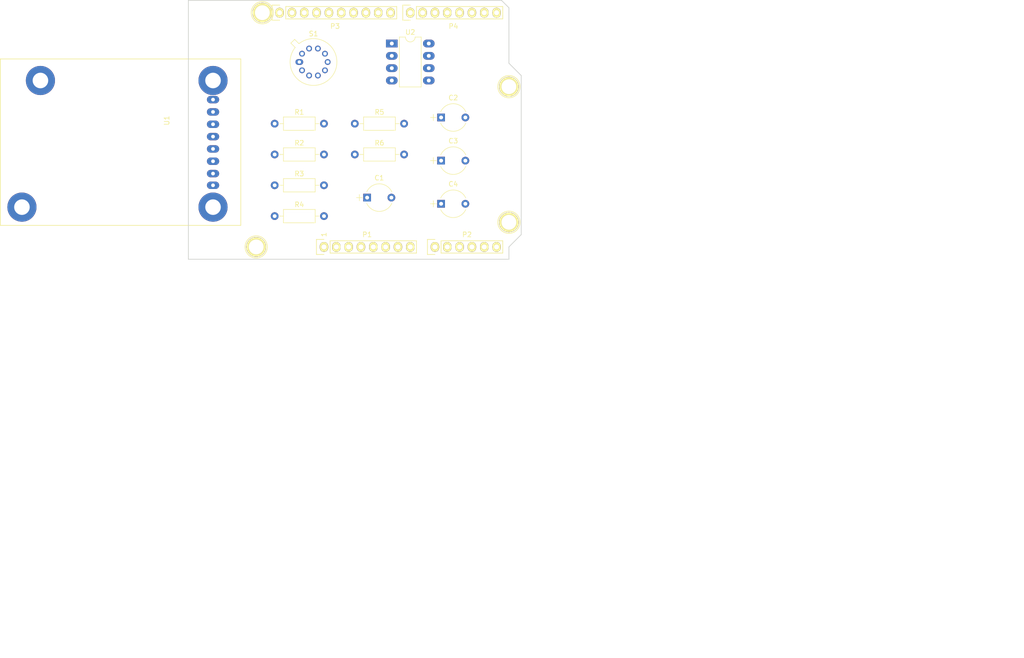
<source format=kicad_pcb>
(kicad_pcb (version 20171130) (host pcbnew "(5.1.8)-1")

  (general
    (thickness 1.6)
    (drawings 27)
    (tracks 0)
    (zones 0)
    (modules 22)
    (nets 33)
  )

  (page A4)
  (title_block
    (date "lun. 30 mars 2015")
  )

  (layers
    (0 F.Cu signal)
    (31 B.Cu signal)
    (32 B.Adhes user)
    (33 F.Adhes user)
    (34 B.Paste user)
    (35 F.Paste user)
    (36 B.SilkS user)
    (37 F.SilkS user)
    (38 B.Mask user)
    (39 F.Mask user)
    (40 Dwgs.User user)
    (41 Cmts.User user)
    (42 Eco1.User user)
    (43 Eco2.User user)
    (44 Edge.Cuts user)
    (45 Margin user)
    (46 B.CrtYd user)
    (47 F.CrtYd user)
    (48 B.Fab user)
    (49 F.Fab user hide)
  )

  (setup
    (last_trace_width 0.25)
    (trace_clearance 0.2)
    (zone_clearance 0.508)
    (zone_45_only no)
    (trace_min 0.2)
    (via_size 0.6)
    (via_drill 0.4)
    (via_min_size 0.4)
    (via_min_drill 0.3)
    (uvia_size 0.3)
    (uvia_drill 0.1)
    (uvias_allowed no)
    (uvia_min_size 0.2)
    (uvia_min_drill 0.1)
    (edge_width 0.15)
    (segment_width 0.15)
    (pcb_text_width 0.3)
    (pcb_text_size 1.5 1.5)
    (mod_edge_width 0.15)
    (mod_text_size 1 1)
    (mod_text_width 0.15)
    (pad_size 4.064 4.064)
    (pad_drill 3.048)
    (pad_to_mask_clearance 0)
    (aux_axis_origin 110.998 126.365)
    (grid_origin 110.998 126.365)
    (visible_elements 7FFFF7FF)
    (pcbplotparams
      (layerselection 0x00030_80000001)
      (usegerberextensions false)
      (usegerberattributes true)
      (usegerberadvancedattributes true)
      (creategerberjobfile true)
      (excludeedgelayer true)
      (linewidth 0.100000)
      (plotframeref false)
      (viasonmask false)
      (mode 1)
      (useauxorigin false)
      (hpglpennumber 1)
      (hpglpenspeed 20)
      (hpglpendiameter 15.000000)
      (psnegative false)
      (psa4output false)
      (plotreference true)
      (plotvalue true)
      (plotinvisibletext false)
      (padsonsilk false)
      (subtractmaskfromsilk false)
      (outputformat 1)
      (mirror false)
      (drillshape 1)
      (scaleselection 1)
      (outputdirectory ""))
  )

  (net 0 "")
  (net 1 /IOREF)
  (net 2 /Reset)
  (net 3 +5V)
  (net 4 GND)
  (net 5 /Vin)
  (net 6 /A0)
  (net 7 /A1)
  (net 8 /A2)
  (net 9 /A3)
  (net 10 /AREF)
  (net 11 "/A4(SDA)")
  (net 12 "/A5(SCL)")
  (net 13 "/9(**)")
  (net 14 /8)
  (net 15 /7)
  (net 16 "/6(**)")
  (net 17 "/5(**)")
  (net 18 /4)
  (net 19 "/3(**)")
  (net 20 /2)
  (net 21 "/1(Tx)")
  (net 22 "/0(Rx)")
  (net 23 "Net-(P5-Pad1)")
  (net 24 "Net-(P6-Pad1)")
  (net 25 "Net-(P7-Pad1)")
  (net 26 "Net-(P8-Pad1)")
  (net 27 "/13(SCK)")
  (net 28 "/10(**/SS)")
  (net 29 "Net-(P1-Pad1)")
  (net 30 +3V3)
  (net 31 "/12(MISO)")
  (net 32 "/11(**/MOSI)")

  (net_class Default "This is the default net class."
    (clearance 0.2)
    (trace_width 0.25)
    (via_dia 0.6)
    (via_drill 0.4)
    (uvia_dia 0.3)
    (uvia_drill 0.1)
    (add_net +3V3)
    (add_net +5V)
    (add_net "/0(Rx)")
    (add_net "/1(Tx)")
    (add_net "/10(**/SS)")
    (add_net "/11(**/MOSI)")
    (add_net "/12(MISO)")
    (add_net "/13(SCK)")
    (add_net /2)
    (add_net "/3(**)")
    (add_net /4)
    (add_net "/5(**)")
    (add_net "/6(**)")
    (add_net /7)
    (add_net /8)
    (add_net "/9(**)")
    (add_net /A0)
    (add_net /A1)
    (add_net /A2)
    (add_net /A3)
    (add_net "/A4(SDA)")
    (add_net "/A5(SCL)")
    (add_net /AREF)
    (add_net /IOREF)
    (add_net /Reset)
    (add_net /Vin)
    (add_net GND)
    (add_net "Net-(P1-Pad1)")
    (add_net "Net-(P5-Pad1)")
    (add_net "Net-(P6-Pad1)")
    (add_net "Net-(P7-Pad1)")
    (add_net "Net-(P8-Pad1)")
  )

  (module Capacitor_THT:CP_Radial_Tantal_D5.5mm_P5.00mm (layer F.Cu) (tedit 597C781B) (tstamp 5FEA1B7B)
    (at 163.068 114.935)
    (descr "CP, Radial_Tantal series, Radial, pin pitch=5.00mm, , diameter=5.5mm, Tantal Electrolytic Capacitor, http://cdn-reichelt.de/documents/datenblatt/B300/TANTAL-TB-Serie%23.pdf")
    (tags "CP Radial_Tantal series Radial pin pitch 5.00mm  diameter 5.5mm Tantal Electrolytic Capacitor")
    (fp_text reference C4 (at 2.5 -4.06) (layer F.SilkS)
      (effects (font (size 1 1) (thickness 0.15)))
    )
    (fp_text value CP_Radial_Tantal_D5.5mm_P5.00mm (at 2.5 4.06) (layer F.Fab)
      (effects (font (size 1 1) (thickness 0.15)))
    )
    (fp_text user %R (at 2.5 0) (layer F.Fab)
      (effects (font (size 1 1) (thickness 0.15)))
    )
    (fp_arc (start 2.5 0) (end -0.083254 1.18) (angle -130.9) (layer F.SilkS) (width 0.12))
    (fp_arc (start 2.5 0) (end -0.083254 -1.18) (angle 130.9) (layer F.SilkS) (width 0.12))
    (fp_circle (center 2.5 0) (end 5.25 0) (layer F.Fab) (width 0.1))
    (fp_line (start -2.2 0) (end -1 0) (layer F.Fab) (width 0.1))
    (fp_line (start -1.6 -0.65) (end -1.6 0.65) (layer F.Fab) (width 0.1))
    (fp_line (start -2.2 0) (end -1 0) (layer F.SilkS) (width 0.12))
    (fp_line (start -1.6 -0.65) (end -1.6 0.65) (layer F.SilkS) (width 0.12))
    (fp_line (start -1.05 -3.1) (end -1.05 3.1) (layer F.CrtYd) (width 0.05))
    (fp_line (start -1.05 3.1) (end 6.05 3.1) (layer F.CrtYd) (width 0.05))
    (fp_line (start 6.05 3.1) (end 6.05 -3.1) (layer F.CrtYd) (width 0.05))
    (fp_line (start 6.05 -3.1) (end -1.05 -3.1) (layer F.CrtYd) (width 0.05))
    (pad 2 thru_hole circle (at 5 0) (size 1.6 1.6) (drill 0.8) (layers *.Cu *.Mask))
    (pad 1 thru_hole rect (at 0 0) (size 1.6 1.6) (drill 0.8) (layers *.Cu *.Mask))
    (model ${KISYS3DMOD}/Capacitors_THT.3dshapes/CP_Radial_Tantal_D5.5mm_P5.00mm.wrl
      (at (xyz 0 0 0))
      (scale (xyz 1 1 1))
      (rotate (xyz 0 0 0))
    )
  )

  (module Capacitor_THT:CP_Radial_Tantal_D5.5mm_P5.00mm (layer F.Cu) (tedit 597C781B) (tstamp 5FEA1B14)
    (at 163.068 106.045)
    (descr "CP, Radial_Tantal series, Radial, pin pitch=5.00mm, , diameter=5.5mm, Tantal Electrolytic Capacitor, http://cdn-reichelt.de/documents/datenblatt/B300/TANTAL-TB-Serie%23.pdf")
    (tags "CP Radial_Tantal series Radial pin pitch 5.00mm  diameter 5.5mm Tantal Electrolytic Capacitor")
    (fp_text reference C3 (at 2.5 -4.06) (layer F.SilkS)
      (effects (font (size 1 1) (thickness 0.15)))
    )
    (fp_text value CP_Radial_Tantal_D5.5mm_P5.00mm (at 2.5 4.06) (layer F.Fab)
      (effects (font (size 1 1) (thickness 0.15)))
    )
    (fp_text user %R (at 2.5 0) (layer F.Fab)
      (effects (font (size 1 1) (thickness 0.15)))
    )
    (fp_arc (start 2.5 0) (end -0.083254 1.18) (angle -130.9) (layer F.SilkS) (width 0.12))
    (fp_arc (start 2.5 0) (end -0.083254 -1.18) (angle 130.9) (layer F.SilkS) (width 0.12))
    (fp_circle (center 2.5 0) (end 5.25 0) (layer F.Fab) (width 0.1))
    (fp_line (start -2.2 0) (end -1 0) (layer F.Fab) (width 0.1))
    (fp_line (start -1.6 -0.65) (end -1.6 0.65) (layer F.Fab) (width 0.1))
    (fp_line (start -2.2 0) (end -1 0) (layer F.SilkS) (width 0.12))
    (fp_line (start -1.6 -0.65) (end -1.6 0.65) (layer F.SilkS) (width 0.12))
    (fp_line (start -1.05 -3.1) (end -1.05 3.1) (layer F.CrtYd) (width 0.05))
    (fp_line (start -1.05 3.1) (end 6.05 3.1) (layer F.CrtYd) (width 0.05))
    (fp_line (start 6.05 3.1) (end 6.05 -3.1) (layer F.CrtYd) (width 0.05))
    (fp_line (start 6.05 -3.1) (end -1.05 -3.1) (layer F.CrtYd) (width 0.05))
    (pad 2 thru_hole circle (at 5 0) (size 1.6 1.6) (drill 0.8) (layers *.Cu *.Mask))
    (pad 1 thru_hole rect (at 0 0) (size 1.6 1.6) (drill 0.8) (layers *.Cu *.Mask))
    (model ${KISYS3DMOD}/Capacitors_THT.3dshapes/CP_Radial_Tantal_D5.5mm_P5.00mm.wrl
      (at (xyz 0 0 0))
      (scale (xyz 1 1 1))
      (rotate (xyz 0 0 0))
    )
  )

  (module Capacitor_THT:CP_Radial_Tantal_D5.5mm_P5.00mm (layer F.Cu) (tedit 597C781B) (tstamp 5FEA1AAD)
    (at 163.068 97.155)
    (descr "CP, Radial_Tantal series, Radial, pin pitch=5.00mm, , diameter=5.5mm, Tantal Electrolytic Capacitor, http://cdn-reichelt.de/documents/datenblatt/B300/TANTAL-TB-Serie%23.pdf")
    (tags "CP Radial_Tantal series Radial pin pitch 5.00mm  diameter 5.5mm Tantal Electrolytic Capacitor")
    (fp_text reference C2 (at 2.5 -4.06) (layer F.SilkS)
      (effects (font (size 1 1) (thickness 0.15)))
    )
    (fp_text value CP_Radial_Tantal_D5.5mm_P5.00mm (at 2.5 4.06) (layer F.Fab)
      (effects (font (size 1 1) (thickness 0.15)))
    )
    (fp_text user %R (at 2.5 0) (layer F.Fab)
      (effects (font (size 1 1) (thickness 0.15)))
    )
    (fp_arc (start 2.5 0) (end -0.083254 1.18) (angle -130.9) (layer F.SilkS) (width 0.12))
    (fp_arc (start 2.5 0) (end -0.083254 -1.18) (angle 130.9) (layer F.SilkS) (width 0.12))
    (fp_circle (center 2.5 0) (end 5.25 0) (layer F.Fab) (width 0.1))
    (fp_line (start -2.2 0) (end -1 0) (layer F.Fab) (width 0.1))
    (fp_line (start -1.6 -0.65) (end -1.6 0.65) (layer F.Fab) (width 0.1))
    (fp_line (start -2.2 0) (end -1 0) (layer F.SilkS) (width 0.12))
    (fp_line (start -1.6 -0.65) (end -1.6 0.65) (layer F.SilkS) (width 0.12))
    (fp_line (start -1.05 -3.1) (end -1.05 3.1) (layer F.CrtYd) (width 0.05))
    (fp_line (start -1.05 3.1) (end 6.05 3.1) (layer F.CrtYd) (width 0.05))
    (fp_line (start 6.05 3.1) (end 6.05 -3.1) (layer F.CrtYd) (width 0.05))
    (fp_line (start 6.05 -3.1) (end -1.05 -3.1) (layer F.CrtYd) (width 0.05))
    (pad 2 thru_hole circle (at 5 0) (size 1.6 1.6) (drill 0.8) (layers *.Cu *.Mask))
    (pad 1 thru_hole rect (at 0 0) (size 1.6 1.6) (drill 0.8) (layers *.Cu *.Mask))
    (model ${KISYS3DMOD}/Capacitors_THT.3dshapes/CP_Radial_Tantal_D5.5mm_P5.00mm.wrl
      (at (xyz 0 0 0))
      (scale (xyz 1 1 1))
      (rotate (xyz 0 0 0))
    )
  )

  (module Capacitor_THT:CP_Radial_Tantal_D5.5mm_P5.00mm (layer F.Cu) (tedit 597C781B) (tstamp 5FEA1A46)
    (at 147.828 113.665)
    (descr "CP, Radial_Tantal series, Radial, pin pitch=5.00mm, , diameter=5.5mm, Tantal Electrolytic Capacitor, http://cdn-reichelt.de/documents/datenblatt/B300/TANTAL-TB-Serie%23.pdf")
    (tags "CP Radial_Tantal series Radial pin pitch 5.00mm  diameter 5.5mm Tantal Electrolytic Capacitor")
    (fp_text reference C1 (at 2.5 -4.06) (layer F.SilkS)
      (effects (font (size 1 1) (thickness 0.15)))
    )
    (fp_text value CP_Radial_Tantal_D5.5mm_P5.00mm (at 2.5 4.06) (layer F.Fab)
      (effects (font (size 1 1) (thickness 0.15)))
    )
    (fp_text user %R (at 2.5 0) (layer F.Fab)
      (effects (font (size 1 1) (thickness 0.15)))
    )
    (fp_arc (start 2.5 0) (end -0.083254 1.18) (angle -130.9) (layer F.SilkS) (width 0.12))
    (fp_arc (start 2.5 0) (end -0.083254 -1.18) (angle 130.9) (layer F.SilkS) (width 0.12))
    (fp_circle (center 2.5 0) (end 5.25 0) (layer F.Fab) (width 0.1))
    (fp_line (start -2.2 0) (end -1 0) (layer F.Fab) (width 0.1))
    (fp_line (start -1.6 -0.65) (end -1.6 0.65) (layer F.Fab) (width 0.1))
    (fp_line (start -2.2 0) (end -1 0) (layer F.SilkS) (width 0.12))
    (fp_line (start -1.6 -0.65) (end -1.6 0.65) (layer F.SilkS) (width 0.12))
    (fp_line (start -1.05 -3.1) (end -1.05 3.1) (layer F.CrtYd) (width 0.05))
    (fp_line (start -1.05 3.1) (end 6.05 3.1) (layer F.CrtYd) (width 0.05))
    (fp_line (start 6.05 3.1) (end 6.05 -3.1) (layer F.CrtYd) (width 0.05))
    (fp_line (start 6.05 -3.1) (end -1.05 -3.1) (layer F.CrtYd) (width 0.05))
    (pad 2 thru_hole circle (at 5 0) (size 1.6 1.6) (drill 0.8) (layers *.Cu *.Mask))
    (pad 1 thru_hole rect (at 0 0) (size 1.6 1.6) (drill 0.8) (layers *.Cu *.Mask))
    (model ${KISYS3DMOD}/Capacitors_THT.3dshapes/CP_Radial_Tantal_D5.5mm_P5.00mm.wrl
      (at (xyz 0 0 0))
      (scale (xyz 1 1 1))
      (rotate (xyz 0 0 0))
    )
  )

  (module Resistor_THT:R_Axial_DIN0207_L6.3mm_D2.5mm_P10.16mm_Horizontal (layer F.Cu) (tedit 5AE5139B) (tstamp 5FEA19A9)
    (at 145.288 104.775)
    (descr "Resistor, Axial_DIN0207 series, Axial, Horizontal, pin pitch=10.16mm, 0.25W = 1/4W, length*diameter=6.3*2.5mm^2, http://cdn-reichelt.de/documents/datenblatt/B400/1_4W%23YAG.pdf")
    (tags "Resistor Axial_DIN0207 series Axial Horizontal pin pitch 10.16mm 0.25W = 1/4W length 6.3mm diameter 2.5mm")
    (fp_text reference R6 (at 5.08 -2.37) (layer F.SilkS)
      (effects (font (size 1 1) (thickness 0.15)))
    )
    (fp_text value R_Axial_DIN0207_L6.3mm_D2.5mm_P10.16mm_Horizontal (at 5.08 2.37) (layer F.Fab)
      (effects (font (size 1 1) (thickness 0.15)))
    )
    (fp_text user %R (at 5.08 0) (layer F.Fab)
      (effects (font (size 1 1) (thickness 0.15)))
    )
    (fp_line (start 1.93 -1.25) (end 1.93 1.25) (layer F.Fab) (width 0.1))
    (fp_line (start 1.93 1.25) (end 8.23 1.25) (layer F.Fab) (width 0.1))
    (fp_line (start 8.23 1.25) (end 8.23 -1.25) (layer F.Fab) (width 0.1))
    (fp_line (start 8.23 -1.25) (end 1.93 -1.25) (layer F.Fab) (width 0.1))
    (fp_line (start 0 0) (end 1.93 0) (layer F.Fab) (width 0.1))
    (fp_line (start 10.16 0) (end 8.23 0) (layer F.Fab) (width 0.1))
    (fp_line (start 1.81 -1.37) (end 1.81 1.37) (layer F.SilkS) (width 0.12))
    (fp_line (start 1.81 1.37) (end 8.35 1.37) (layer F.SilkS) (width 0.12))
    (fp_line (start 8.35 1.37) (end 8.35 -1.37) (layer F.SilkS) (width 0.12))
    (fp_line (start 8.35 -1.37) (end 1.81 -1.37) (layer F.SilkS) (width 0.12))
    (fp_line (start 1.04 0) (end 1.81 0) (layer F.SilkS) (width 0.12))
    (fp_line (start 9.12 0) (end 8.35 0) (layer F.SilkS) (width 0.12))
    (fp_line (start -1.05 -1.5) (end -1.05 1.5) (layer F.CrtYd) (width 0.05))
    (fp_line (start -1.05 1.5) (end 11.21 1.5) (layer F.CrtYd) (width 0.05))
    (fp_line (start 11.21 1.5) (end 11.21 -1.5) (layer F.CrtYd) (width 0.05))
    (fp_line (start 11.21 -1.5) (end -1.05 -1.5) (layer F.CrtYd) (width 0.05))
    (pad 2 thru_hole oval (at 10.16 0) (size 1.6 1.6) (drill 0.8) (layers *.Cu *.Mask))
    (pad 1 thru_hole circle (at 0 0) (size 1.6 1.6) (drill 0.8) (layers *.Cu *.Mask))
    (model ${KISYS3DMOD}/Resistor_THT.3dshapes/R_Axial_DIN0207_L6.3mm_D2.5mm_P10.16mm_Horizontal.wrl
      (at (xyz 0 0 0))
      (scale (xyz 1 1 1))
      (rotate (xyz 0 0 0))
    )
  )

  (module Resistor_THT:R_Axial_DIN0207_L6.3mm_D2.5mm_P10.16mm_Horizontal (layer F.Cu) (tedit 5AE5139B) (tstamp 5FEA1924)
    (at 145.288 98.425)
    (descr "Resistor, Axial_DIN0207 series, Axial, Horizontal, pin pitch=10.16mm, 0.25W = 1/4W, length*diameter=6.3*2.5mm^2, http://cdn-reichelt.de/documents/datenblatt/B400/1_4W%23YAG.pdf")
    (tags "Resistor Axial_DIN0207 series Axial Horizontal pin pitch 10.16mm 0.25W = 1/4W length 6.3mm diameter 2.5mm")
    (fp_text reference R5 (at 5.08 -2.37) (layer F.SilkS)
      (effects (font (size 1 1) (thickness 0.15)))
    )
    (fp_text value R_Axial_DIN0207_L6.3mm_D2.5mm_P10.16mm_Horizontal (at 5.08 2.37) (layer F.Fab)
      (effects (font (size 1 1) (thickness 0.15)))
    )
    (fp_text user %R (at 5.08 0) (layer F.Fab)
      (effects (font (size 1 1) (thickness 0.15)))
    )
    (fp_line (start 1.93 -1.25) (end 1.93 1.25) (layer F.Fab) (width 0.1))
    (fp_line (start 1.93 1.25) (end 8.23 1.25) (layer F.Fab) (width 0.1))
    (fp_line (start 8.23 1.25) (end 8.23 -1.25) (layer F.Fab) (width 0.1))
    (fp_line (start 8.23 -1.25) (end 1.93 -1.25) (layer F.Fab) (width 0.1))
    (fp_line (start 0 0) (end 1.93 0) (layer F.Fab) (width 0.1))
    (fp_line (start 10.16 0) (end 8.23 0) (layer F.Fab) (width 0.1))
    (fp_line (start 1.81 -1.37) (end 1.81 1.37) (layer F.SilkS) (width 0.12))
    (fp_line (start 1.81 1.37) (end 8.35 1.37) (layer F.SilkS) (width 0.12))
    (fp_line (start 8.35 1.37) (end 8.35 -1.37) (layer F.SilkS) (width 0.12))
    (fp_line (start 8.35 -1.37) (end 1.81 -1.37) (layer F.SilkS) (width 0.12))
    (fp_line (start 1.04 0) (end 1.81 0) (layer F.SilkS) (width 0.12))
    (fp_line (start 9.12 0) (end 8.35 0) (layer F.SilkS) (width 0.12))
    (fp_line (start -1.05 -1.5) (end -1.05 1.5) (layer F.CrtYd) (width 0.05))
    (fp_line (start -1.05 1.5) (end 11.21 1.5) (layer F.CrtYd) (width 0.05))
    (fp_line (start 11.21 1.5) (end 11.21 -1.5) (layer F.CrtYd) (width 0.05))
    (fp_line (start 11.21 -1.5) (end -1.05 -1.5) (layer F.CrtYd) (width 0.05))
    (pad 2 thru_hole oval (at 10.16 0) (size 1.6 1.6) (drill 0.8) (layers *.Cu *.Mask))
    (pad 1 thru_hole circle (at 0 0) (size 1.6 1.6) (drill 0.8) (layers *.Cu *.Mask))
    (model ${KISYS3DMOD}/Resistor_THT.3dshapes/R_Axial_DIN0207_L6.3mm_D2.5mm_P10.16mm_Horizontal.wrl
      (at (xyz 0 0 0))
      (scale (xyz 1 1 1))
      (rotate (xyz 0 0 0))
    )
  )

  (module Resistor_THT:R_Axial_DIN0207_L6.3mm_D2.5mm_P10.16mm_Horizontal (layer F.Cu) (tedit 5AE5139B) (tstamp 5FEA16F1)
    (at 128.778 117.475)
    (descr "Resistor, Axial_DIN0207 series, Axial, Horizontal, pin pitch=10.16mm, 0.25W = 1/4W, length*diameter=6.3*2.5mm^2, http://cdn-reichelt.de/documents/datenblatt/B400/1_4W%23YAG.pdf")
    (tags "Resistor Axial_DIN0207 series Axial Horizontal pin pitch 10.16mm 0.25W = 1/4W length 6.3mm diameter 2.5mm")
    (fp_text reference R4 (at 5.08 -2.37) (layer F.SilkS)
      (effects (font (size 1 1) (thickness 0.15)))
    )
    (fp_text value R_Axial_DIN0207_L6.3mm_D2.5mm_P10.16mm_Horizontal (at 5.08 2.37) (layer F.Fab)
      (effects (font (size 1 1) (thickness 0.15)))
    )
    (fp_text user %R (at 5.08 0) (layer F.Fab)
      (effects (font (size 1 1) (thickness 0.15)))
    )
    (fp_line (start 1.93 -1.25) (end 1.93 1.25) (layer F.Fab) (width 0.1))
    (fp_line (start 1.93 1.25) (end 8.23 1.25) (layer F.Fab) (width 0.1))
    (fp_line (start 8.23 1.25) (end 8.23 -1.25) (layer F.Fab) (width 0.1))
    (fp_line (start 8.23 -1.25) (end 1.93 -1.25) (layer F.Fab) (width 0.1))
    (fp_line (start 0 0) (end 1.93 0) (layer F.Fab) (width 0.1))
    (fp_line (start 10.16 0) (end 8.23 0) (layer F.Fab) (width 0.1))
    (fp_line (start 1.81 -1.37) (end 1.81 1.37) (layer F.SilkS) (width 0.12))
    (fp_line (start 1.81 1.37) (end 8.35 1.37) (layer F.SilkS) (width 0.12))
    (fp_line (start 8.35 1.37) (end 8.35 -1.37) (layer F.SilkS) (width 0.12))
    (fp_line (start 8.35 -1.37) (end 1.81 -1.37) (layer F.SilkS) (width 0.12))
    (fp_line (start 1.04 0) (end 1.81 0) (layer F.SilkS) (width 0.12))
    (fp_line (start 9.12 0) (end 8.35 0) (layer F.SilkS) (width 0.12))
    (fp_line (start -1.05 -1.5) (end -1.05 1.5) (layer F.CrtYd) (width 0.05))
    (fp_line (start -1.05 1.5) (end 11.21 1.5) (layer F.CrtYd) (width 0.05))
    (fp_line (start 11.21 1.5) (end 11.21 -1.5) (layer F.CrtYd) (width 0.05))
    (fp_line (start 11.21 -1.5) (end -1.05 -1.5) (layer F.CrtYd) (width 0.05))
    (pad 2 thru_hole oval (at 10.16 0) (size 1.6 1.6) (drill 0.8) (layers *.Cu *.Mask))
    (pad 1 thru_hole circle (at 0 0) (size 1.6 1.6) (drill 0.8) (layers *.Cu *.Mask))
    (model ${KISYS3DMOD}/Resistor_THT.3dshapes/R_Axial_DIN0207_L6.3mm_D2.5mm_P10.16mm_Horizontal.wrl
      (at (xyz 0 0 0))
      (scale (xyz 1 1 1))
      (rotate (xyz 0 0 0))
    )
  )

  (module Resistor_THT:R_Axial_DIN0207_L6.3mm_D2.5mm_P10.16mm_Horizontal (layer F.Cu) (tedit 5AE5139B) (tstamp 5FEA1629)
    (at 128.778 111.125)
    (descr "Resistor, Axial_DIN0207 series, Axial, Horizontal, pin pitch=10.16mm, 0.25W = 1/4W, length*diameter=6.3*2.5mm^2, http://cdn-reichelt.de/documents/datenblatt/B400/1_4W%23YAG.pdf")
    (tags "Resistor Axial_DIN0207 series Axial Horizontal pin pitch 10.16mm 0.25W = 1/4W length 6.3mm diameter 2.5mm")
    (fp_text reference R3 (at 5.08 -2.37) (layer F.SilkS)
      (effects (font (size 1 1) (thickness 0.15)))
    )
    (fp_text value R_Axial_DIN0207_L6.3mm_D2.5mm_P10.16mm_Horizontal (at 5.08 2.37) (layer F.Fab)
      (effects (font (size 1 1) (thickness 0.15)))
    )
    (fp_text user %R (at 5.08 0) (layer F.Fab)
      (effects (font (size 1 1) (thickness 0.15)))
    )
    (fp_line (start 1.93 -1.25) (end 1.93 1.25) (layer F.Fab) (width 0.1))
    (fp_line (start 1.93 1.25) (end 8.23 1.25) (layer F.Fab) (width 0.1))
    (fp_line (start 8.23 1.25) (end 8.23 -1.25) (layer F.Fab) (width 0.1))
    (fp_line (start 8.23 -1.25) (end 1.93 -1.25) (layer F.Fab) (width 0.1))
    (fp_line (start 0 0) (end 1.93 0) (layer F.Fab) (width 0.1))
    (fp_line (start 10.16 0) (end 8.23 0) (layer F.Fab) (width 0.1))
    (fp_line (start 1.81 -1.37) (end 1.81 1.37) (layer F.SilkS) (width 0.12))
    (fp_line (start 1.81 1.37) (end 8.35 1.37) (layer F.SilkS) (width 0.12))
    (fp_line (start 8.35 1.37) (end 8.35 -1.37) (layer F.SilkS) (width 0.12))
    (fp_line (start 8.35 -1.37) (end 1.81 -1.37) (layer F.SilkS) (width 0.12))
    (fp_line (start 1.04 0) (end 1.81 0) (layer F.SilkS) (width 0.12))
    (fp_line (start 9.12 0) (end 8.35 0) (layer F.SilkS) (width 0.12))
    (fp_line (start -1.05 -1.5) (end -1.05 1.5) (layer F.CrtYd) (width 0.05))
    (fp_line (start -1.05 1.5) (end 11.21 1.5) (layer F.CrtYd) (width 0.05))
    (fp_line (start 11.21 1.5) (end 11.21 -1.5) (layer F.CrtYd) (width 0.05))
    (fp_line (start 11.21 -1.5) (end -1.05 -1.5) (layer F.CrtYd) (width 0.05))
    (pad 2 thru_hole oval (at 10.16 0) (size 1.6 1.6) (drill 0.8) (layers *.Cu *.Mask))
    (pad 1 thru_hole circle (at 0 0) (size 1.6 1.6) (drill 0.8) (layers *.Cu *.Mask))
    (model ${KISYS3DMOD}/Resistor_THT.3dshapes/R_Axial_DIN0207_L6.3mm_D2.5mm_P10.16mm_Horizontal.wrl
      (at (xyz 0 0 0))
      (scale (xyz 1 1 1))
      (rotate (xyz 0 0 0))
    )
  )

  (module Resistor_THT:R_Axial_DIN0207_L6.3mm_D2.5mm_P10.16mm_Horizontal (layer F.Cu) (tedit 5AE5139B) (tstamp 5FEA15A4)
    (at 128.778 104.775)
    (descr "Resistor, Axial_DIN0207 series, Axial, Horizontal, pin pitch=10.16mm, 0.25W = 1/4W, length*diameter=6.3*2.5mm^2, http://cdn-reichelt.de/documents/datenblatt/B400/1_4W%23YAG.pdf")
    (tags "Resistor Axial_DIN0207 series Axial Horizontal pin pitch 10.16mm 0.25W = 1/4W length 6.3mm diameter 2.5mm")
    (fp_text reference R2 (at 5.08 -2.37) (layer F.SilkS)
      (effects (font (size 1 1) (thickness 0.15)))
    )
    (fp_text value R_Axial_DIN0207_L6.3mm_D2.5mm_P10.16mm_Horizontal (at 5.08 2.37) (layer F.Fab)
      (effects (font (size 1 1) (thickness 0.15)))
    )
    (fp_text user %R (at 5.08 0) (layer F.Fab)
      (effects (font (size 1 1) (thickness 0.15)))
    )
    (fp_line (start 1.93 -1.25) (end 1.93 1.25) (layer F.Fab) (width 0.1))
    (fp_line (start 1.93 1.25) (end 8.23 1.25) (layer F.Fab) (width 0.1))
    (fp_line (start 8.23 1.25) (end 8.23 -1.25) (layer F.Fab) (width 0.1))
    (fp_line (start 8.23 -1.25) (end 1.93 -1.25) (layer F.Fab) (width 0.1))
    (fp_line (start 0 0) (end 1.93 0) (layer F.Fab) (width 0.1))
    (fp_line (start 10.16 0) (end 8.23 0) (layer F.Fab) (width 0.1))
    (fp_line (start 1.81 -1.37) (end 1.81 1.37) (layer F.SilkS) (width 0.12))
    (fp_line (start 1.81 1.37) (end 8.35 1.37) (layer F.SilkS) (width 0.12))
    (fp_line (start 8.35 1.37) (end 8.35 -1.37) (layer F.SilkS) (width 0.12))
    (fp_line (start 8.35 -1.37) (end 1.81 -1.37) (layer F.SilkS) (width 0.12))
    (fp_line (start 1.04 0) (end 1.81 0) (layer F.SilkS) (width 0.12))
    (fp_line (start 9.12 0) (end 8.35 0) (layer F.SilkS) (width 0.12))
    (fp_line (start -1.05 -1.5) (end -1.05 1.5) (layer F.CrtYd) (width 0.05))
    (fp_line (start -1.05 1.5) (end 11.21 1.5) (layer F.CrtYd) (width 0.05))
    (fp_line (start 11.21 1.5) (end 11.21 -1.5) (layer F.CrtYd) (width 0.05))
    (fp_line (start 11.21 -1.5) (end -1.05 -1.5) (layer F.CrtYd) (width 0.05))
    (pad 2 thru_hole oval (at 10.16 0) (size 1.6 1.6) (drill 0.8) (layers *.Cu *.Mask))
    (pad 1 thru_hole circle (at 0 0) (size 1.6 1.6) (drill 0.8) (layers *.Cu *.Mask))
    (model ${KISYS3DMOD}/Resistor_THT.3dshapes/R_Axial_DIN0207_L6.3mm_D2.5mm_P10.16mm_Horizontal.wrl
      (at (xyz 0 0 0))
      (scale (xyz 1 1 1))
      (rotate (xyz 0 0 0))
    )
  )

  (module "" (layer F.Cu) (tedit 0) (tstamp 0)
    (at 144.018 107.315)
    (fp_text reference "" (at 137.668 100.965) (layer F.SilkS)
      (effects (font (size 1.27 1.27) (thickness 0.15)))
    )
    (fp_text value "" (at 137.668 100.965) (layer F.SilkS)
      (effects (font (size 1.27 1.27) (thickness 0.15)))
    )
    (fp_text user %R (at 138.938 92.075) (layer F.Fab)
      (effects (font (size 1 1) (thickness 0.15)))
    )
  )

  (module Resistor_THT:R_Axial_DIN0207_L6.3mm_D2.5mm_P10.16mm_Horizontal (layer F.Cu) (tedit 5AE5139B) (tstamp 5FEA1446)
    (at 128.778 98.425)
    (descr "Resistor, Axial_DIN0207 series, Axial, Horizontal, pin pitch=10.16mm, 0.25W = 1/4W, length*diameter=6.3*2.5mm^2, http://cdn-reichelt.de/documents/datenblatt/B400/1_4W%23YAG.pdf")
    (tags "Resistor Axial_DIN0207 series Axial Horizontal pin pitch 10.16mm 0.25W = 1/4W length 6.3mm diameter 2.5mm")
    (fp_text reference R1 (at 5.08 -2.37) (layer F.SilkS)
      (effects (font (size 1 1) (thickness 0.15)))
    )
    (fp_text value R_Axial_DIN0207_L6.3mm_D2.5mm_P10.16mm_Horizontal (at 5.08 2.37) (layer F.Fab)
      (effects (font (size 1 1) (thickness 0.15)))
    )
    (fp_text user %R (at 5.08 0) (layer F.Fab)
      (effects (font (size 1 1) (thickness 0.15)))
    )
    (fp_line (start 1.93 -1.25) (end 1.93 1.25) (layer F.Fab) (width 0.1))
    (fp_line (start 1.93 1.25) (end 8.23 1.25) (layer F.Fab) (width 0.1))
    (fp_line (start 8.23 1.25) (end 8.23 -1.25) (layer F.Fab) (width 0.1))
    (fp_line (start 8.23 -1.25) (end 1.93 -1.25) (layer F.Fab) (width 0.1))
    (fp_line (start 0 0) (end 1.93 0) (layer F.Fab) (width 0.1))
    (fp_line (start 10.16 0) (end 8.23 0) (layer F.Fab) (width 0.1))
    (fp_line (start 1.81 -1.37) (end 1.81 1.37) (layer F.SilkS) (width 0.12))
    (fp_line (start 1.81 1.37) (end 8.35 1.37) (layer F.SilkS) (width 0.12))
    (fp_line (start 8.35 1.37) (end 8.35 -1.37) (layer F.SilkS) (width 0.12))
    (fp_line (start 8.35 -1.37) (end 1.81 -1.37) (layer F.SilkS) (width 0.12))
    (fp_line (start 1.04 0) (end 1.81 0) (layer F.SilkS) (width 0.12))
    (fp_line (start 9.12 0) (end 8.35 0) (layer F.SilkS) (width 0.12))
    (fp_line (start -1.05 -1.5) (end -1.05 1.5) (layer F.CrtYd) (width 0.05))
    (fp_line (start -1.05 1.5) (end 11.21 1.5) (layer F.CrtYd) (width 0.05))
    (fp_line (start 11.21 1.5) (end 11.21 -1.5) (layer F.CrtYd) (width 0.05))
    (fp_line (start 11.21 -1.5) (end -1.05 -1.5) (layer F.CrtYd) (width 0.05))
    (pad 2 thru_hole oval (at 10.16 0) (size 1.6 1.6) (drill 0.8) (layers *.Cu *.Mask))
    (pad 1 thru_hole circle (at 0 0) (size 1.6 1.6) (drill 0.8) (layers *.Cu *.Mask))
    (model ${KISYS3DMOD}/Resistor_THT.3dshapes/R_Axial_DIN0207_L6.3mm_D2.5mm_P10.16mm_Horizontal.wrl
      (at (xyz 0 0 0))
      (scale (xyz 1 1 1))
      (rotate (xyz 0 0 0))
    )
  )

  (module Empreinte_RN2483:RN2483_breakout (layer F.Cu) (tedit 5FD65076) (tstamp 5FEA0A99)
    (at 116.078 111.125 90)
    (fp_text reference U1 (at 13.335 -9.525 90) (layer F.SilkS)
      (effects (font (size 1 1) (thickness 0.15)))
    )
    (fp_text value RN2483_breakout (at 10.795 3.175 90) (layer F.Fab)
      (effects (font (size 1 1) (thickness 0.15)))
    )
    (fp_line (start -8.255 -43.815) (end -8.255 5.715) (layer F.SilkS) (width 0.15))
    (fp_line (start 26.035 -43.815) (end -8.255 -43.815) (layer F.SilkS) (width 0.15))
    (fp_line (start 26.035 5.715) (end 26.035 -43.815) (layer F.SilkS) (width 0.15))
    (fp_line (start -8.255 5.715) (end 26.035 5.715) (layer F.SilkS) (width 0.15))
    (pad "" np_thru_hole circle (at 21.59 -35.56 90) (size 6 6) (drill 3.2) (layers *.Cu *.Mask))
    (pad "" np_thru_hole circle (at -4.5 -39.37 90) (size 6 6) (drill 3.2) (layers *.Cu *.Mask))
    (pad "" np_thru_hole circle (at 21.59 0 90) (size 6 6) (drill 3.2) (layers *.Cu *.Mask))
    (pad "" np_thru_hole circle (at -4.5 0 90) (size 6 6) (drill 3.2) (layers *.Cu *.Mask))
    (pad 8 thru_hole oval (at 17.653 0 90) (size 1.524 2.524) (drill 0.762) (layers *.Cu *.Mask))
    (pad 7 thru_hole oval (at 15.113 0 90) (size 1.524 2.524) (drill 0.762) (layers *.Cu *.Mask))
    (pad 5 thru_hole oval (at 10.033 0 90) (size 1.524 2.524) (drill 0.762) (layers *.Cu *.Mask))
    (pad 6 thru_hole oval (at 12.573 0 90) (size 1.524 2.524) (drill 0.762) (layers *.Cu *.Mask))
    (pad 4 thru_hole oval (at 7.493 0 90) (size 1.524 2.524) (drill 0.762) (layers *.Cu *.Mask))
    (pad 3 thru_hole oval (at 4.953 0 90) (size 1.524 2.524) (drill 0.762) (layers *.Cu *.Mask))
    (pad 2 thru_hole oval (at 2.413 0 90) (size 1.524 2.524) (drill 0.762) (layers *.Cu *.Mask))
    (pad 1 thru_hole oval (at 0 0 90) (size 1.524 2.524) (drill 0.762) (layers *.Cu *.Mask))
  )

  (module Empreinte_LTC1050:Package_DIP-8_W7.62mm_LongPads (layer F.Cu) (tedit 5FCCC4FE) (tstamp 5FEA07DF)
    (at 152.908 81.915)
    (descr "8-lead though-hole mounted DIP package, row spacing 7.62 mm (300 mils), LongPads")
    (tags "THT DIP DIL PDIP 2.54mm 7.62mm 300mil LongPads")
    (fp_text reference U2 (at 3.81 -2.33) (layer F.SilkS)
      (effects (font (size 1 1) (thickness 0.15)))
    )
    (fp_text value DIP-8_W7.62mm_LongPads (at 3.81 9.95) (layer F.Fab)
      (effects (font (size 1 1) (thickness 0.15)))
    )
    (fp_line (start 9.1 -1.55) (end -1.45 -1.55) (layer F.CrtYd) (width 0.05))
    (fp_line (start 9.1 9.15) (end 9.1 -1.55) (layer F.CrtYd) (width 0.05))
    (fp_line (start -1.45 9.15) (end 9.1 9.15) (layer F.CrtYd) (width 0.05))
    (fp_line (start -1.45 -1.55) (end -1.45 9.15) (layer F.CrtYd) (width 0.05))
    (fp_line (start 6.06 -1.33) (end 4.81 -1.33) (layer F.SilkS) (width 0.12))
    (fp_line (start 6.06 8.95) (end 6.06 -1.33) (layer F.SilkS) (width 0.12))
    (fp_line (start 1.56 8.95) (end 6.06 8.95) (layer F.SilkS) (width 0.12))
    (fp_line (start 1.56 -1.33) (end 1.56 8.95) (layer F.SilkS) (width 0.12))
    (fp_line (start 2.81 -1.33) (end 1.56 -1.33) (layer F.SilkS) (width 0.12))
    (fp_line (start 0.635 -0.27) (end 1.635 -1.27) (layer F.Fab) (width 0.1))
    (fp_line (start 0.635 8.89) (end 0.635 -0.27) (layer F.Fab) (width 0.1))
    (fp_line (start 6.985 8.89) (end 0.635 8.89) (layer F.Fab) (width 0.1))
    (fp_line (start 6.985 -1.27) (end 6.985 8.89) (layer F.Fab) (width 0.1))
    (fp_line (start 1.635 -1.27) (end 6.985 -1.27) (layer F.Fab) (width 0.1))
    (fp_text user %R (at 3.81 3.81) (layer F.Fab)
      (effects (font (size 1 1) (thickness 0.15)))
    )
    (fp_arc (start 3.81 -1.33) (end 2.81 -1.33) (angle -180) (layer F.SilkS) (width 0.12))
    (pad 8 thru_hole oval (at 7.62 0) (size 2.4 1.6) (drill 0.8) (layers *.Cu *.Mask))
    (pad 4 thru_hole oval (at 0 7.62) (size 2.4 1.6) (drill 0.8) (layers *.Cu *.Mask))
    (pad 7 thru_hole oval (at 7.62 2.54) (size 2.4 1.6) (drill 0.8) (layers *.Cu *.Mask))
    (pad 3 thru_hole oval (at 0 5.08) (size 2.4 1.6) (drill 0.8) (layers *.Cu *.Mask))
    (pad 6 thru_hole oval (at 7.62 5.08) (size 2.4 1.6) (drill 0.8) (layers *.Cu *.Mask))
    (pad 2 thru_hole oval (at 0 2.54) (size 2.4 1.6) (drill 0.8) (layers *.Cu *.Mask))
    (pad 5 thru_hole oval (at 7.62 7.62) (size 2.4 1.6) (drill 0.8) (layers *.Cu *.Mask))
    (pad 1 thru_hole rect (at 0 0) (size 2.4 1.6) (drill 0.8) (layers *.Cu *.Mask))
    (model ${KISYS3DMOD}/Package_DIP.3dshapes/DIP-8_W7.62mm.wrl
      (at (xyz 0 0 0))
      (scale (xyz 1 1 1))
      (rotate (xyz 0 0 0))
    )
  )

  (module Empreinte_Capteur_Gaz:Empreinte_Capteur_Gaz (layer F.Cu) (tedit 5FD60140) (tstamp 5FEA0640)
    (at 133.858 85.725)
    (descr "TO-5-10_Window, Window")
    (tags "TO-5-10_Window Window")
    (fp_text reference S1 (at 2.92 -5.82) (layer F.SilkS)
      (effects (font (size 1 1) (thickness 0.15)))
    )
    (fp_text value TO-5-10_Window (at 2.92 5.82) (layer F.Fab)
      (effects (font (size 1 1) (thickness 0.15)))
    )
    (fp_line (start -0.085408 -3.61352) (end -0.89151 -4.419621) (layer F.Fab) (width 0.1))
    (fp_line (start -0.89151 -4.419621) (end -1.499621 -3.81151) (layer F.Fab) (width 0.1))
    (fp_line (start -1.499621 -3.81151) (end -0.69352 -3.005408) (layer F.Fab) (width 0.1))
    (fp_line (start 4.244 -2.637) (end 5.557 -1.324) (layer F.Fab) (width 0.1))
    (fp_line (start 3.405 -2.911) (end 5.831 -0.485) (layer F.Fab) (width 0.1))
    (fp_line (start 2.8 -2.948) (end 5.868 0.12) (layer F.Fab) (width 0.1))
    (fp_line (start 2.298 -2.884) (end 5.804 0.622) (layer F.Fab) (width 0.1))
    (fp_line (start 1.862 -2.755) (end 5.675 1.058) (layer F.Fab) (width 0.1))
    (fp_line (start 1.477 -2.574) (end 5.494 1.443) (layer F.Fab) (width 0.1))
    (fp_line (start 1.136 -2.35) (end 5.27 1.784) (layer F.Fab) (width 0.1))
    (fp_line (start 0.834 -2.086) (end 5.006 2.086) (layer F.Fab) (width 0.1))
    (fp_line (start 0.57 -1.784) (end 4.704 2.35) (layer F.Fab) (width 0.1))
    (fp_line (start 0.346 -1.443) (end 4.363 2.574) (layer F.Fab) (width 0.1))
    (fp_line (start 0.165 -1.058) (end 3.978 2.755) (layer F.Fab) (width 0.1))
    (fp_line (start 0.036 -0.622) (end 3.542 2.884) (layer F.Fab) (width 0.1))
    (fp_line (start -0.028 -0.12) (end 3.04 2.948) (layer F.Fab) (width 0.1))
    (fp_line (start 0.009 0.485) (end 2.435 2.911) (layer F.Fab) (width 0.1))
    (fp_line (start 0.283 1.324) (end 1.596 2.637) (layer F.Fab) (width 0.1))
    (fp_line (start -0.077084 -3.774902) (end -0.968039 -4.665856) (layer F.SilkS) (width 0.12))
    (fp_line (start -0.968039 -4.665856) (end -1.745856 -3.888039) (layer F.SilkS) (width 0.12))
    (fp_line (start -1.745856 -3.888039) (end -0.854902 -2.997084) (layer F.SilkS) (width 0.12))
    (fp_line (start -2.04 -4.95) (end -2.04 4.95) (layer F.CrtYd) (width 0.05))
    (fp_line (start -2.04 4.95) (end 7.87 4.95) (layer F.CrtYd) (width 0.05))
    (fp_line (start 7.87 4.95) (end 7.87 -4.95) (layer F.CrtYd) (width 0.05))
    (fp_line (start 7.87 -4.95) (end -2.04 -4.95) (layer F.CrtYd) (width 0.05))
    (fp_circle (center 2.92 0) (end 7.17 0) (layer F.Fab) (width 0.1))
    (fp_circle (center 2.92 0) (end 5.87 0) (layer F.Fab) (width 0.1))
    (fp_arc (start 2.92 0) (end -0.077084 -3.774902) (angle 346.9) (layer F.SilkS) (width 0.12))
    (fp_arc (start 2.92 0) (end -0.085408 -3.61352) (angle 349.5) (layer F.Fab) (width 0.1))
    (fp_text user %R (at 2.92 -5.82) (layer F.Fab)
      (effects (font (size 1 1) (thickness 0.15)))
    )
    (pad 10 thru_hole oval (at 0.55767 -1.716333) (size 1.2 1.2) (drill 0.7) (layers *.Cu *.Mask))
    (pad 1 thru_hole oval (at 2.01767 -2.777085) (size 1.2 1.2) (drill 0.7) (layers *.Cu *.Mask))
    (pad 2 thru_hole oval (at 3.82233 -2.777085) (size 1.2 1.2) (drill 0.7) (layers *.Cu *.Mask))
    (pad 3 thru_hole oval (at 5.28233 -1.716333) (size 1.2 1.2) (drill 0.7) (layers *.Cu *.Mask))
    (pad 4 thru_hole oval (at 5.84 0) (size 1.2 1.2) (drill 0.7) (layers *.Cu *.Mask))
    (pad 5 thru_hole oval (at 5.28233 1.716333) (size 1.2 1.2) (drill 0.7) (layers *.Cu *.Mask))
    (pad 6 thru_hole oval (at 3.82233 2.777085) (size 1.2 1.2) (drill 0.7) (layers *.Cu *.Mask))
    (pad 7 thru_hole oval (at 2.01767 2.777085) (size 1.2 1.2) (drill 0.7) (layers *.Cu *.Mask))
    (pad 8 thru_hole oval (at 0.55767 1.716333) (size 1.2 1.2) (drill 0.7) (layers *.Cu *.Mask))
    (pad 9 thru_hole oval (at 0 0) (size 1.6 1.2) (drill 0.7) (layers *.Cu *.Mask))
    (model ${KISYS3DMOD}/Package_TO_SOT_THT.3dshapes/TO-5-10_Window.wrl
      (at (xyz 0 0 0))
      (scale (xyz 1 1 1))
      (rotate (xyz 0 0 0))
    )
  )

  (module Socket_Arduino_Uno:Socket_Strip_Arduino_1x08 locked (layer F.Cu) (tedit 552168D2) (tstamp 551AF9EA)
    (at 138.938 123.825)
    (descr "Through hole socket strip")
    (tags "socket strip")
    (path /56D70129)
    (fp_text reference P1 (at 8.89 -2.54) (layer F.SilkS)
      (effects (font (size 1 1) (thickness 0.15)))
    )
    (fp_text value Power (at 8.89 -4.064) (layer F.Fab)
      (effects (font (size 1 1) (thickness 0.15)))
    )
    (fp_line (start -1.75 -1.75) (end -1.75 1.75) (layer F.CrtYd) (width 0.05))
    (fp_line (start 19.55 -1.75) (end 19.55 1.75) (layer F.CrtYd) (width 0.05))
    (fp_line (start -1.75 -1.75) (end 19.55 -1.75) (layer F.CrtYd) (width 0.05))
    (fp_line (start -1.75 1.75) (end 19.55 1.75) (layer F.CrtYd) (width 0.05))
    (fp_line (start 1.27 1.27) (end 19.05 1.27) (layer F.SilkS) (width 0.15))
    (fp_line (start 19.05 1.27) (end 19.05 -1.27) (layer F.SilkS) (width 0.15))
    (fp_line (start 19.05 -1.27) (end 1.27 -1.27) (layer F.SilkS) (width 0.15))
    (fp_line (start -1.55 1.55) (end 0 1.55) (layer F.SilkS) (width 0.15))
    (fp_line (start 1.27 1.27) (end 1.27 -1.27) (layer F.SilkS) (width 0.15))
    (fp_line (start 0 -1.55) (end -1.55 -1.55) (layer F.SilkS) (width 0.15))
    (fp_line (start -1.55 -1.55) (end -1.55 1.55) (layer F.SilkS) (width 0.15))
    (pad 1 thru_hole oval (at 0 0) (size 1.7272 2.032) (drill 1.016) (layers *.Cu *.Mask F.SilkS)
      (net 29 "Net-(P1-Pad1)"))
    (pad 2 thru_hole oval (at 2.54 0) (size 1.7272 2.032) (drill 1.016) (layers *.Cu *.Mask F.SilkS)
      (net 1 /IOREF))
    (pad 3 thru_hole oval (at 5.08 0) (size 1.7272 2.032) (drill 1.016) (layers *.Cu *.Mask F.SilkS)
      (net 2 /Reset))
    (pad 4 thru_hole oval (at 7.62 0) (size 1.7272 2.032) (drill 1.016) (layers *.Cu *.Mask F.SilkS)
      (net 30 +3V3))
    (pad 5 thru_hole oval (at 10.16 0) (size 1.7272 2.032) (drill 1.016) (layers *.Cu *.Mask F.SilkS)
      (net 3 +5V))
    (pad 6 thru_hole oval (at 12.7 0) (size 1.7272 2.032) (drill 1.016) (layers *.Cu *.Mask F.SilkS)
      (net 4 GND))
    (pad 7 thru_hole oval (at 15.24 0) (size 1.7272 2.032) (drill 1.016) (layers *.Cu *.Mask F.SilkS)
      (net 4 GND))
    (pad 8 thru_hole oval (at 17.78 0) (size 1.7272 2.032) (drill 1.016) (layers *.Cu *.Mask F.SilkS)
      (net 5 /Vin))
    (model ${KIPRJMOD}/Socket_Arduino_Uno.3dshapes/Socket_header_Arduino_1x08.wrl
      (offset (xyz 8.889999866485596 0 0))
      (scale (xyz 1 1 1))
      (rotate (xyz 0 0 180))
    )
  )

  (module Socket_Arduino_Uno:Socket_Strip_Arduino_1x06 locked (layer F.Cu) (tedit 552168D6) (tstamp 551AF9FF)
    (at 161.798 123.825)
    (descr "Through hole socket strip")
    (tags "socket strip")
    (path /56D70DD8)
    (fp_text reference P2 (at 6.604 -2.54) (layer F.SilkS)
      (effects (font (size 1 1) (thickness 0.15)))
    )
    (fp_text value Analog (at 6.604 -4.064) (layer F.Fab)
      (effects (font (size 1 1) (thickness 0.15)))
    )
    (fp_line (start -1.75 -1.75) (end -1.75 1.75) (layer F.CrtYd) (width 0.05))
    (fp_line (start 14.45 -1.75) (end 14.45 1.75) (layer F.CrtYd) (width 0.05))
    (fp_line (start -1.75 -1.75) (end 14.45 -1.75) (layer F.CrtYd) (width 0.05))
    (fp_line (start -1.75 1.75) (end 14.45 1.75) (layer F.CrtYd) (width 0.05))
    (fp_line (start 1.27 1.27) (end 13.97 1.27) (layer F.SilkS) (width 0.15))
    (fp_line (start 13.97 1.27) (end 13.97 -1.27) (layer F.SilkS) (width 0.15))
    (fp_line (start 13.97 -1.27) (end 1.27 -1.27) (layer F.SilkS) (width 0.15))
    (fp_line (start -1.55 1.55) (end 0 1.55) (layer F.SilkS) (width 0.15))
    (fp_line (start 1.27 1.27) (end 1.27 -1.27) (layer F.SilkS) (width 0.15))
    (fp_line (start 0 -1.55) (end -1.55 -1.55) (layer F.SilkS) (width 0.15))
    (fp_line (start -1.55 -1.55) (end -1.55 1.55) (layer F.SilkS) (width 0.15))
    (pad 1 thru_hole oval (at 0 0) (size 1.7272 2.032) (drill 1.016) (layers *.Cu *.Mask F.SilkS)
      (net 6 /A0))
    (pad 2 thru_hole oval (at 2.54 0) (size 1.7272 2.032) (drill 1.016) (layers *.Cu *.Mask F.SilkS)
      (net 7 /A1))
    (pad 3 thru_hole oval (at 5.08 0) (size 1.7272 2.032) (drill 1.016) (layers *.Cu *.Mask F.SilkS)
      (net 8 /A2))
    (pad 4 thru_hole oval (at 7.62 0) (size 1.7272 2.032) (drill 1.016) (layers *.Cu *.Mask F.SilkS)
      (net 9 /A3))
    (pad 5 thru_hole oval (at 10.16 0) (size 1.7272 2.032) (drill 1.016) (layers *.Cu *.Mask F.SilkS)
      (net 11 "/A4(SDA)"))
    (pad 6 thru_hole oval (at 12.7 0) (size 1.7272 2.032) (drill 1.016) (layers *.Cu *.Mask F.SilkS)
      (net 12 "/A5(SCL)"))
    (model ${KIPRJMOD}/Socket_Arduino_Uno.3dshapes/Socket_header_Arduino_1x06.wrl
      (offset (xyz 6.349999904632568 0 0))
      (scale (xyz 1 1 1))
      (rotate (xyz 0 0 180))
    )
  )

  (module Socket_Arduino_Uno:Socket_Strip_Arduino_1x10 locked (layer F.Cu) (tedit 552168BF) (tstamp 551AFA18)
    (at 129.794 75.565)
    (descr "Through hole socket strip")
    (tags "socket strip")
    (path /56D721E0)
    (fp_text reference P3 (at 11.43 2.794) (layer F.SilkS)
      (effects (font (size 1 1) (thickness 0.15)))
    )
    (fp_text value Digital (at 11.43 4.318) (layer F.Fab)
      (effects (font (size 1 1) (thickness 0.15)))
    )
    (fp_line (start -1.75 -1.75) (end -1.75 1.75) (layer F.CrtYd) (width 0.05))
    (fp_line (start 24.65 -1.75) (end 24.65 1.75) (layer F.CrtYd) (width 0.05))
    (fp_line (start -1.75 -1.75) (end 24.65 -1.75) (layer F.CrtYd) (width 0.05))
    (fp_line (start -1.75 1.75) (end 24.65 1.75) (layer F.CrtYd) (width 0.05))
    (fp_line (start 1.27 1.27) (end 24.13 1.27) (layer F.SilkS) (width 0.15))
    (fp_line (start 24.13 1.27) (end 24.13 -1.27) (layer F.SilkS) (width 0.15))
    (fp_line (start 24.13 -1.27) (end 1.27 -1.27) (layer F.SilkS) (width 0.15))
    (fp_line (start -1.55 1.55) (end 0 1.55) (layer F.SilkS) (width 0.15))
    (fp_line (start 1.27 1.27) (end 1.27 -1.27) (layer F.SilkS) (width 0.15))
    (fp_line (start 0 -1.55) (end -1.55 -1.55) (layer F.SilkS) (width 0.15))
    (fp_line (start -1.55 -1.55) (end -1.55 1.55) (layer F.SilkS) (width 0.15))
    (pad 1 thru_hole oval (at 0 0) (size 1.7272 2.032) (drill 1.016) (layers *.Cu *.Mask F.SilkS)
      (net 12 "/A5(SCL)"))
    (pad 2 thru_hole oval (at 2.54 0) (size 1.7272 2.032) (drill 1.016) (layers *.Cu *.Mask F.SilkS)
      (net 11 "/A4(SDA)"))
    (pad 3 thru_hole oval (at 5.08 0) (size 1.7272 2.032) (drill 1.016) (layers *.Cu *.Mask F.SilkS)
      (net 10 /AREF))
    (pad 4 thru_hole oval (at 7.62 0) (size 1.7272 2.032) (drill 1.016) (layers *.Cu *.Mask F.SilkS)
      (net 4 GND))
    (pad 5 thru_hole oval (at 10.16 0) (size 1.7272 2.032) (drill 1.016) (layers *.Cu *.Mask F.SilkS)
      (net 27 "/13(SCK)"))
    (pad 6 thru_hole oval (at 12.7 0) (size 1.7272 2.032) (drill 1.016) (layers *.Cu *.Mask F.SilkS)
      (net 31 "/12(MISO)"))
    (pad 7 thru_hole oval (at 15.24 0) (size 1.7272 2.032) (drill 1.016) (layers *.Cu *.Mask F.SilkS)
      (net 32 "/11(**/MOSI)"))
    (pad 8 thru_hole oval (at 17.78 0) (size 1.7272 2.032) (drill 1.016) (layers *.Cu *.Mask F.SilkS)
      (net 28 "/10(**/SS)"))
    (pad 9 thru_hole oval (at 20.32 0) (size 1.7272 2.032) (drill 1.016) (layers *.Cu *.Mask F.SilkS)
      (net 13 "/9(**)"))
    (pad 10 thru_hole oval (at 22.86 0) (size 1.7272 2.032) (drill 1.016) (layers *.Cu *.Mask F.SilkS)
      (net 14 /8))
    (model ${KIPRJMOD}/Socket_Arduino_Uno.3dshapes/Socket_header_Arduino_1x10.wrl
      (offset (xyz 11.42999982833862 0 0))
      (scale (xyz 1 1 1))
      (rotate (xyz 0 0 180))
    )
  )

  (module Socket_Arduino_Uno:Socket_Strip_Arduino_1x08 locked (layer F.Cu) (tedit 552168C7) (tstamp 551AFA2F)
    (at 156.718 75.565)
    (descr "Through hole socket strip")
    (tags "socket strip")
    (path /56D7164F)
    (fp_text reference P4 (at 8.89 2.794) (layer F.SilkS)
      (effects (font (size 1 1) (thickness 0.15)))
    )
    (fp_text value Digital (at 8.89 4.318) (layer F.Fab)
      (effects (font (size 1 1) (thickness 0.15)))
    )
    (fp_line (start -1.75 -1.75) (end -1.75 1.75) (layer F.CrtYd) (width 0.05))
    (fp_line (start 19.55 -1.75) (end 19.55 1.75) (layer F.CrtYd) (width 0.05))
    (fp_line (start -1.75 -1.75) (end 19.55 -1.75) (layer F.CrtYd) (width 0.05))
    (fp_line (start -1.75 1.75) (end 19.55 1.75) (layer F.CrtYd) (width 0.05))
    (fp_line (start 1.27 1.27) (end 19.05 1.27) (layer F.SilkS) (width 0.15))
    (fp_line (start 19.05 1.27) (end 19.05 -1.27) (layer F.SilkS) (width 0.15))
    (fp_line (start 19.05 -1.27) (end 1.27 -1.27) (layer F.SilkS) (width 0.15))
    (fp_line (start -1.55 1.55) (end 0 1.55) (layer F.SilkS) (width 0.15))
    (fp_line (start 1.27 1.27) (end 1.27 -1.27) (layer F.SilkS) (width 0.15))
    (fp_line (start 0 -1.55) (end -1.55 -1.55) (layer F.SilkS) (width 0.15))
    (fp_line (start -1.55 -1.55) (end -1.55 1.55) (layer F.SilkS) (width 0.15))
    (pad 1 thru_hole oval (at 0 0) (size 1.7272 2.032) (drill 1.016) (layers *.Cu *.Mask F.SilkS)
      (net 15 /7))
    (pad 2 thru_hole oval (at 2.54 0) (size 1.7272 2.032) (drill 1.016) (layers *.Cu *.Mask F.SilkS)
      (net 16 "/6(**)"))
    (pad 3 thru_hole oval (at 5.08 0) (size 1.7272 2.032) (drill 1.016) (layers *.Cu *.Mask F.SilkS)
      (net 17 "/5(**)"))
    (pad 4 thru_hole oval (at 7.62 0) (size 1.7272 2.032) (drill 1.016) (layers *.Cu *.Mask F.SilkS)
      (net 18 /4))
    (pad 5 thru_hole oval (at 10.16 0) (size 1.7272 2.032) (drill 1.016) (layers *.Cu *.Mask F.SilkS)
      (net 19 "/3(**)"))
    (pad 6 thru_hole oval (at 12.7 0) (size 1.7272 2.032) (drill 1.016) (layers *.Cu *.Mask F.SilkS)
      (net 20 /2))
    (pad 7 thru_hole oval (at 15.24 0) (size 1.7272 2.032) (drill 1.016) (layers *.Cu *.Mask F.SilkS)
      (net 21 "/1(Tx)"))
    (pad 8 thru_hole oval (at 17.78 0) (size 1.7272 2.032) (drill 1.016) (layers *.Cu *.Mask F.SilkS)
      (net 22 "/0(Rx)"))
    (model ${KIPRJMOD}/Socket_Arduino_Uno.3dshapes/Socket_header_Arduino_1x08.wrl
      (offset (xyz 8.889999866485596 0 0))
      (scale (xyz 1 1 1))
      (rotate (xyz 0 0 180))
    )
  )

  (module Socket_Arduino_Uno:Arduino_1pin locked (layer F.Cu) (tedit 5524FC39) (tstamp 5524FC3F)
    (at 124.968 123.825)
    (descr "module 1 pin (ou trou mecanique de percage)")
    (tags DEV)
    (path /56D71177)
    (fp_text reference P5 (at 0 -3.048) (layer F.SilkS) hide
      (effects (font (size 1 1) (thickness 0.15)))
    )
    (fp_text value CONN_01X01 (at 0 2.794) (layer F.Fab) hide
      (effects (font (size 1 1) (thickness 0.15)))
    )
    (fp_circle (center 0 0) (end 0 -2.286) (layer F.SilkS) (width 0.15))
    (pad 1 thru_hole circle (at 0 0) (size 4.064 4.064) (drill 3.048) (layers *.Cu *.Mask F.SilkS)
      (net 23 "Net-(P5-Pad1)"))
  )

  (module Socket_Arduino_Uno:Arduino_1pin locked (layer F.Cu) (tedit 5524FC4A) (tstamp 5524FC44)
    (at 177.038 118.745)
    (descr "module 1 pin (ou trou mecanique de percage)")
    (tags DEV)
    (path /56D71274)
    (fp_text reference P6 (at 0 -3.048) (layer F.SilkS) hide
      (effects (font (size 1 1) (thickness 0.15)))
    )
    (fp_text value CONN_01X01 (at 0 2.794) (layer F.Fab) hide
      (effects (font (size 1 1) (thickness 0.15)))
    )
    (fp_circle (center 0 0) (end 0 -2.286) (layer F.SilkS) (width 0.15))
    (pad 1 thru_hole circle (at 0 0) (size 4.064 4.064) (drill 3.048) (layers *.Cu *.Mask F.SilkS)
      (net 24 "Net-(P6-Pad1)"))
  )

  (module Socket_Arduino_Uno:Arduino_1pin locked (layer F.Cu) (tedit 5524FC2F) (tstamp 5524FC49)
    (at 126.238 75.565)
    (descr "module 1 pin (ou trou mecanique de percage)")
    (tags DEV)
    (path /56D712A8)
    (fp_text reference P7 (at 0 -3.048) (layer F.SilkS) hide
      (effects (font (size 1 1) (thickness 0.15)))
    )
    (fp_text value CONN_01X01 (at 0 2.794) (layer F.Fab) hide
      (effects (font (size 1 1) (thickness 0.15)))
    )
    (fp_circle (center 0 0) (end 0 -2.286) (layer F.SilkS) (width 0.15))
    (pad 1 thru_hole circle (at 0 0) (size 4.064 4.064) (drill 3.048) (layers *.Cu *.Mask F.SilkS)
      (net 25 "Net-(P7-Pad1)"))
  )

  (module Socket_Arduino_Uno:Arduino_1pin locked (layer F.Cu) (tedit 5524FC41) (tstamp 5524FC4E)
    (at 177.038 90.805)
    (descr "module 1 pin (ou trou mecanique de percage)")
    (tags DEV)
    (path /56D712DB)
    (fp_text reference P8 (at 0 -3.048) (layer F.SilkS) hide
      (effects (font (size 1 1) (thickness 0.15)))
    )
    (fp_text value CONN_01X01 (at 0 2.794) (layer F.Fab) hide
      (effects (font (size 1 1) (thickness 0.15)))
    )
    (fp_circle (center 0 0) (end 0 -2.286) (layer F.SilkS) (width 0.15))
    (pad 1 thru_hole circle (at 0 0) (size 4.064 4.064) (drill 3.048) (layers *.Cu *.Mask F.SilkS)
      (net 26 "Net-(P8-Pad1)"))
  )

  (gr_text 1 (at 138.938 121.285 90) (layer F.SilkS)
    (effects (font (size 1 1) (thickness 0.15)))
  )
  (gr_circle (center 117.348 76.962) (end 118.618 76.962) (layer Dwgs.User) (width 0.15))
  (gr_line (start 114.427 78.994) (end 114.427 74.93) (angle 90) (layer Dwgs.User) (width 0.15))
  (gr_line (start 120.269 78.994) (end 114.427 78.994) (angle 90) (layer Dwgs.User) (width 0.15))
  (gr_line (start 120.269 74.93) (end 120.269 78.994) (angle 90) (layer Dwgs.User) (width 0.15))
  (gr_line (start 114.427 74.93) (end 120.269 74.93) (angle 90) (layer Dwgs.User) (width 0.15))
  (gr_line (start 120.523 93.98) (end 104.648 93.98) (angle 90) (layer Dwgs.User) (width 0.15))
  (gr_line (start 177.038 74.549) (end 175.514 73.025) (angle 90) (layer Edge.Cuts) (width 0.15))
  (gr_line (start 177.038 85.979) (end 177.038 74.549) (angle 90) (layer Edge.Cuts) (width 0.15))
  (gr_line (start 179.578 88.519) (end 177.038 85.979) (angle 90) (layer Edge.Cuts) (width 0.15))
  (gr_line (start 179.578 121.285) (end 179.578 88.519) (angle 90) (layer Edge.Cuts) (width 0.15))
  (gr_line (start 177.038 123.825) (end 179.578 121.285) (angle 90) (layer Edge.Cuts) (width 0.15))
  (gr_line (start 177.038 126.365) (end 177.038 123.825) (angle 90) (layer Edge.Cuts) (width 0.15))
  (gr_line (start 110.998 126.365) (end 177.038 126.365) (angle 90) (layer Edge.Cuts) (width 0.15))
  (gr_line (start 110.998 73.025) (end 110.998 126.365) (angle 90) (layer Edge.Cuts) (width 0.15))
  (gr_line (start 175.514 73.025) (end 110.998 73.025) (angle 90) (layer Edge.Cuts) (width 0.15))
  (gr_line (start 173.355 102.235) (end 173.355 94.615) (angle 90) (layer Dwgs.User) (width 0.15))
  (gr_line (start 178.435 102.235) (end 173.355 102.235) (angle 90) (layer Dwgs.User) (width 0.15))
  (gr_line (start 178.435 94.615) (end 178.435 102.235) (angle 90) (layer Dwgs.User) (width 0.15))
  (gr_line (start 173.355 94.615) (end 178.435 94.615) (angle 90) (layer Dwgs.User) (width 0.15))
  (gr_line (start 109.093 123.19) (end 109.093 114.3) (angle 90) (layer Dwgs.User) (width 0.15))
  (gr_line (start 122.428 123.19) (end 109.093 123.19) (angle 90) (layer Dwgs.User) (width 0.15))
  (gr_line (start 122.428 114.3) (end 122.428 123.19) (angle 90) (layer Dwgs.User) (width 0.15))
  (gr_line (start 109.093 114.3) (end 122.428 114.3) (angle 90) (layer Dwgs.User) (width 0.15))
  (gr_line (start 104.648 93.98) (end 104.648 82.55) (angle 90) (layer Dwgs.User) (width 0.15))
  (gr_line (start 120.523 82.55) (end 120.523 93.98) (angle 90) (layer Dwgs.User) (width 0.15))
  (gr_line (start 104.648 82.55) (end 120.523 82.55) (angle 90) (layer Dwgs.User) (width 0.15))

)

</source>
